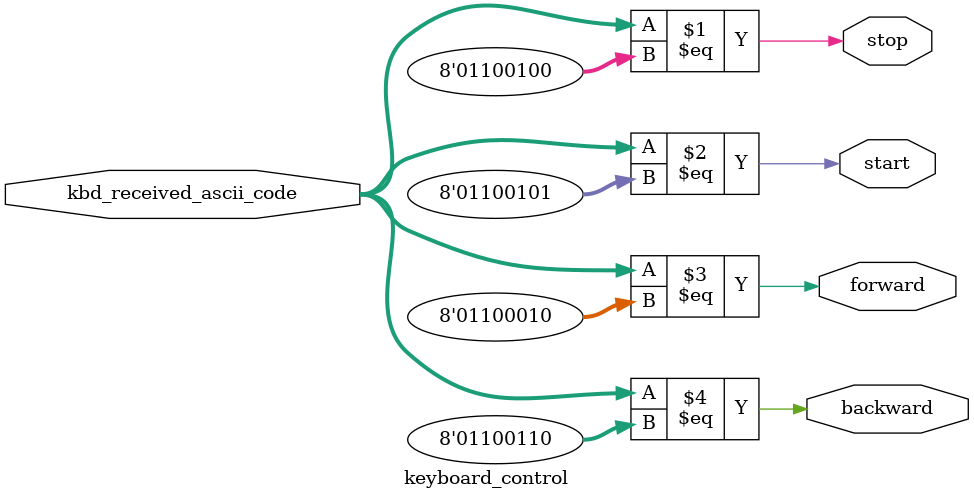
<source format=sv>
module keyboard_control(kbd_received_ascii_code, stop, start, forward, backward);

    input [7:0] kbd_received_ascii_code; 
    output stop, start, forward, backward; 

    parameter character_lowercase_b= 8'h62;
    parameter character_lowercase_d= 8'h64;
    parameter character_lowercase_e= 8'h65;
    parameter character_lowercase_f= 8'h66;
    parameter character_lowercase_r= 8'h72; //optional

    assign stop = (kbd_received_ascii_code == character_lowercase_d);
    assign start = (kbd_received_ascii_code == character_lowercase_e);
    assign forward = (kbd_received_ascii_code == character_lowercase_b);
    assign backward = (kbd_received_ascii_code == character_lowercase_f);
    //assign reverse idgaf RESTART
    
    //TODO Instantiate in ipod solution then send signals to fsm flash read and behave accordingly. 
endmodule 
</source>
